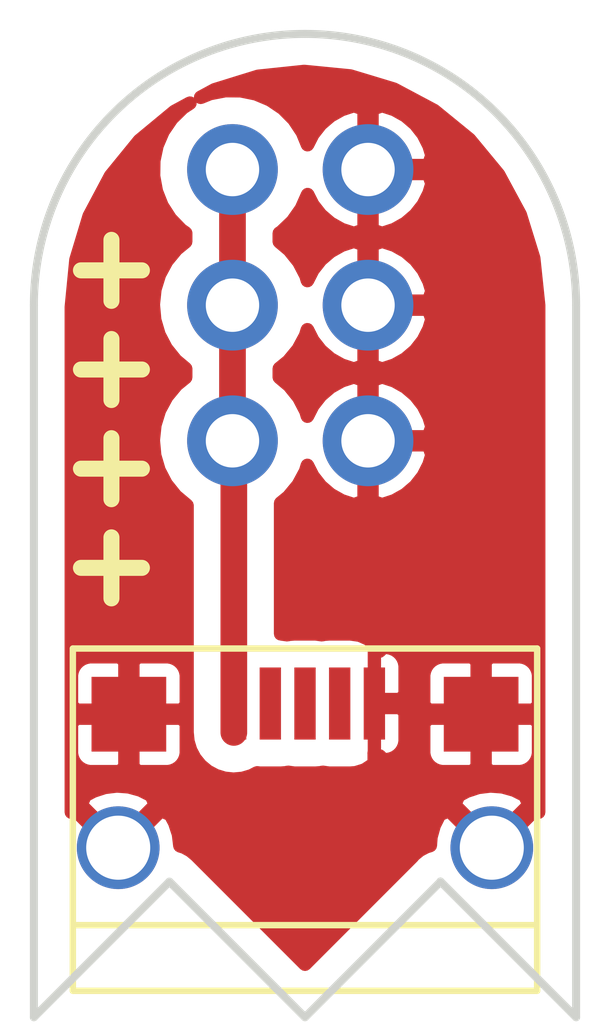
<source format=kicad_pcb>
(kicad_pcb (version 4) (host pcbnew 4.0.6-e0-6349~52~ubuntu16.10.1)

  (general
    (links 10)
    (no_connects 0)
    (area 144.704999 104.064999 155.015001 122.630001)
    (thickness 1.6)
    (drawings 11)
    (tracks 10)
    (zones 0)
    (modules 2)
    (nets 6)
  )

  (page A4)
  (layers
    (0 F.Cu signal)
    (31 B.Cu signal)
    (32 B.Adhes user hide)
    (33 F.Adhes user hide)
    (34 B.Paste user hide)
    (35 F.Paste user hide)
    (36 B.SilkS user)
    (37 F.SilkS user hide)
    (38 B.Mask user)
    (39 F.Mask user hide)
    (40 Dwgs.User user hide)
    (41 Cmts.User user hide)
    (42 Eco1.User user hide)
    (43 Eco2.User user hide)
    (44 Edge.Cuts user)
    (45 Margin user hide)
    (46 B.CrtYd user hide)
    (47 F.CrtYd user hide)
    (48 B.Fab user hide)
    (49 F.Fab user hide)
  )

  (setup
    (last_trace_width 0.25)
    (trace_clearance 0.2)
    (zone_clearance 0.25)
    (zone_45_only no)
    (trace_min 0.2)
    (segment_width 0.2)
    (edge_width 0.15)
    (via_size 0.6)
    (via_drill 0.4)
    (via_min_size 0.4)
    (via_min_drill 0.3)
    (uvia_size 0.3)
    (uvia_drill 0.1)
    (uvias_allowed no)
    (uvia_min_size 0.2)
    (uvia_min_drill 0.1)
    (pcb_text_width 0.3)
    (pcb_text_size 1.5 1.5)
    (mod_edge_width 0.15)
    (mod_text_size 1 1)
    (mod_text_width 0.15)
    (pad_size 1.55 1.55)
    (pad_drill 1.2)
    (pad_to_mask_clearance 0.2)
    (aux_axis_origin 0 0)
    (visible_elements FFFFFF7F)
    (pcbplotparams
      (layerselection 0x00030_80000001)
      (usegerberextensions false)
      (excludeedgelayer true)
      (linewidth 0.100000)
      (plotframeref false)
      (viasonmask false)
      (mode 1)
      (useauxorigin false)
      (hpglpennumber 1)
      (hpglpenspeed 20)
      (hpglpendiameter 15)
      (hpglpenoverlay 2)
      (psnegative false)
      (psa4output false)
      (plotreference true)
      (plotvalue true)
      (plotinvisibletext false)
      (padsonsilk false)
      (subtractmaskfromsilk false)
      (outputformat 1)
      (mirror false)
      (drillshape 1)
      (scaleselection 1)
      (outputdirectory ""))
  )

  (net 0 "")
  (net 1 +5V)
  (net 2 "Net-(J1-Pad2)")
  (net 3 "Net-(J1-Pad3)")
  (net 4 "Net-(J1-Pad4)")
  (net 5 GND)

  (net_class Default "This is the default net class."
    (clearance 0.2)
    (trace_width 0.25)
    (via_dia 0.6)
    (via_drill 0.4)
    (uvia_dia 0.3)
    (uvia_drill 0.1)
    (add_net +5V)
    (add_net GND)
    (add_net "Net-(J1-Pad2)")
    (add_net "Net-(J1-Pad3)")
    (add_net "Net-(J1-Pad4)")
  )

  (module bb-usb-buddy:USB_Micro-B (layer F.Cu) (tedit 597016E3) (tstamp 596E9E60)
    (at 149.86 118.03)
    (descr "Micro USB Type B Receptacle")
    (tags "USB USB_B USB_micro USB_OTG")
    (path /596E9BEC)
    (attr smd)
    (fp_text reference J1 (at 0 -3.24) (layer F.SilkS) hide
      (effects (font (size 1 1) (thickness 0.15)))
    )
    (fp_text value USB_OTG (at 0 5.01 90) (layer F.Fab) hide
      (effects (font (size 1 1) (thickness 0.15)))
    )
    (fp_line (start -4.6 -2.59) (end 4.6 -2.59) (layer F.CrtYd) (width 0.05))
    (fp_line (start 4.6 -2.59) (end 4.6 4.26) (layer F.CrtYd) (width 0.05))
    (fp_line (start 4.6 4.26) (end -4.6 4.26) (layer F.CrtYd) (width 0.05))
    (fp_line (start -4.6 4.26) (end -4.6 -2.59) (layer F.CrtYd) (width 0.05))
    (fp_line (start -4.35 4.03) (end 4.35 4.03) (layer F.SilkS) (width 0.12))
    (fp_line (start -4.35 -2.38) (end 4.35 -2.38) (layer F.SilkS) (width 0.12))
    (fp_line (start 4.35 -2.38) (end 4.35 4.03) (layer F.SilkS) (width 0.12))
    (fp_line (start 4.35 2.8) (end -4.35 2.8) (layer F.SilkS) (width 0.12))
    (fp_line (start -4.35 4.03) (end -4.35 -2.38) (layer F.SilkS) (width 0.12))
    (pad 1 smd rect (at -1.3 -1.35 90) (size 1.35 0.4) (layers F.Cu F.Paste F.Mask)
      (net 1 +5V))
    (pad 2 smd rect (at -0.65 -1.35 90) (size 1.35 0.4) (layers F.Cu F.Paste F.Mask)
      (net 2 "Net-(J1-Pad2)"))
    (pad 3 smd rect (at 0 -1.35 90) (size 1.35 0.4) (layers F.Cu F.Paste F.Mask)
      (net 3 "Net-(J1-Pad3)"))
    (pad 4 smd rect (at 0.65 -1.35 90) (size 1.35 0.4) (layers F.Cu F.Paste F.Mask)
      (net 4 "Net-(J1-Pad4)"))
    (pad 5 smd rect (at 1.3 -1.35 90) (size 1.35 0.4) (layers F.Cu F.Paste F.Mask)
      (net 5 GND))
    (pad 6 thru_hole circle (at -3.5 1.35 90) (size 1.55 1.55) (drill 1.2) (layers *.Cu *.Mask)
      (net 5 GND))
    (pad 6 thru_hole circle (at 3.5 1.35 90) (size 1.55 1.55) (drill 1.2) (layers *.Cu *.Mask)
      (net 5 GND))
    (pad 6 smd rect (at -3.3 -1.15) (size 1.4 1.4) (layers F.Cu F.Paste F.Mask)
      (net 5 GND) (solder_mask_margin 0.1))
    (pad 6 smd rect (at 3.3 -1.15) (size 1.4 1.4) (layers F.Cu F.Paste F.Mask)
      (net 5 GND) (solder_mask_margin 0.1))
  )

  (module bb-usb-buddy:Pin_Header_Straight_2x03_Pitch2.54mm_Minimal (layer F.Cu) (tedit 59701F82) (tstamp 596E9E7C)
    (at 148.5011 106.68)
    (descr "Through hole straight pin header, 2x03, 2.54mm pitch, double rows")
    (tags "Through hole pin header THT 2x03 2.54mm double row")
    (path /596D8EEA)
    (fp_text reference J2 (at 1.27 -2.33) (layer F.SilkS) hide
      (effects (font (size 1 1) (thickness 0.15)))
    )
    (fp_text value CONN_02X03 (at 1.27 7.41) (layer F.Fab) hide
      (effects (font (size 1 1) (thickness 0.15)))
    )
    (fp_line (start -1.8 -1.8) (end -1.8 6.85) (layer F.CrtYd) (width 0.05))
    (fp_line (start -1.8 6.85) (end 4.35 6.85) (layer F.CrtYd) (width 0.05))
    (fp_line (start 4.35 6.85) (end 4.35 -1.8) (layer F.CrtYd) (width 0.05))
    (fp_line (start 4.35 -1.8) (end -1.8 -1.8) (layer F.CrtYd) (width 0.05))
    (pad 1 thru_hole circle (at 0 0) (size 1.7 1.7) (drill 1) (layers *.Cu *.Mask)
      (net 1 +5V))
    (pad 2 thru_hole oval (at 2.54 0) (size 1.7 1.7) (drill 1) (layers *.Cu *.Mask)
      (net 5 GND))
    (pad 3 thru_hole oval (at 0 2.54) (size 1.7 1.7) (drill 1) (layers *.Cu *.Mask)
      (net 1 +5V))
    (pad 4 thru_hole oval (at 2.54 2.54) (size 1.7 1.7) (drill 1) (layers *.Cu *.Mask)
      (net 5 GND))
    (pad 5 thru_hole oval (at 0 5.08) (size 1.7 1.7) (drill 1) (layers *.Cu *.Mask)
      (net 1 +5V))
    (pad 6 thru_hole oval (at 2.54 5.08) (size 1.7 1.7) (drill 1) (layers *.Cu *.Mask)
      (net 5 GND))
    (model ${KISYS3DMOD}/Pin_Headers.3dshapes/Pin_Header_Straight_2x03_Pitch2.54mm.wrl
      (at (xyz 0 0 0))
      (scale (xyz 1 1 1))
      (rotate (xyz 0 0 0))
    )
  )

  (gr_circle (center 147.084916 109.22) (end 147.865832 109.22) (layer B.Mask) (width 2) (tstamp 5970225A))
  (gr_line (start 149.86 122.555) (end 152.4 120.015) (layer Edge.Cuts) (width 0.15))
  (gr_line (start 147.32 120.015) (end 149.86 122.555) (layer Edge.Cuts) (width 0.15))
  (gr_line (start 154.94 122.555) (end 152.396827 120.011827) (layer Edge.Cuts) (width 0.15))
  (gr_line (start 144.78 122.555) (end 147.32 120.015) (layer Edge.Cuts) (width 0.15))
  (gr_circle (center 152.654 109.22) (end 151.873084 109.22) (layer B.Mask) (width 2) (tstamp 59702B6E))
  (gr_text "++++\n" (at 146.1262 111.3536 90) (layer F.SilkS)
    (effects (font (size 1.5 1.5) (thickness 0.3)))
  )
  (gr_arc (start 149.86 109.22) (end 149.86 104.14) (angle 90) (layer Edge.Cuts) (width 0.15))
  (gr_arc (start 149.86 109.22) (end 144.78 109.22) (angle 90) (layer Edge.Cuts) (width 0.15))
  (gr_line (start 154.94 122.555) (end 154.94 109.22) (layer Edge.Cuts) (width 0.15))
  (gr_line (start 144.78 109.22) (end 144.78 122.555) (layer Edge.Cuts) (width 0.15))

  (segment (start 148.5265 111.908) (end 148.5265 117.221) (width 0.5) (layer F.Cu) (net 1))
  (segment (start 148.5011 116.6211) (end 148.56 116.68) (width 0.25) (layer F.Cu) (net 1))
  (segment (start 148.5011 106.68) (end 148.5011 109.22) (width 0.5) (layer F.Cu) (net 1))
  (segment (start 148.5011 109.22) (end 148.5011 111.76) (width 0.5) (layer F.Cu) (net 1))
  (segment (start 148.56 111.8189) (end 148.5011 111.76) (width 0.25) (layer F.Cu) (net 1))
  (segment (start 151.1554 117.6096) (end 151.1554 118.237) (width 0.25) (layer F.Cu) (net 5))
  (segment (start 151.16 116.68) (end 151.16 117.605) (width 0.25) (layer F.Cu) (net 5))
  (segment (start 151.16 117.605) (end 151.1554 117.6096) (width 0.25) (layer F.Cu) (net 5))
  (segment (start 151.16 114.3046) (end 151.16 116.68) (width 0.25) (layer F.Cu) (net 5))
  (segment (start 151.16 111.8789) (end 151.0411 111.76) (width 0.25) (layer F.Cu) (net 5))

  (zone (net 5) (net_name GND) (layer F.Cu) (tstamp 0) (hatch none 0.508)
    (connect_pads (clearance 0.5))
    (min_thickness 0.254)
    (fill yes (arc_segments 32) (thermal_gap 0.25) (thermal_bridge_width 0.4))
    (polygon
      (pts
        (xy 144.145 119.38) (xy 144.78 119.38) (xy 149.86 122.682) (xy 152.527 121.412) (xy 154.94 119.38)
        (xy 155.575 119.38) (xy 155.575 103.505) (xy 144.145 103.505)
      )
    )
    (filled_polygon
      (pts
        (xy 150.709708 104.928682) (xy 151.527043 105.175449) (xy 152.280883 105.576273) (xy 152.942516 106.115887) (xy 153.486737 106.773737)
        (xy 153.892815 107.524765) (xy 154.145283 108.340357) (xy 154.238 109.222502) (xy 154.238 118.715563) (xy 154.161728 118.681509)
        (xy 153.463238 119.38) (xy 153.47738 119.394142) (xy 153.374142 119.49738) (xy 153.36 119.483238) (xy 153.345858 119.49738)
        (xy 153.24262 119.394142) (xy 153.256762 119.38) (xy 152.558272 118.681509) (xy 152.382459 118.760007) (xy 152.280288 118.962629)
        (xy 152.219609 119.18129) (xy 152.207854 119.339129) (xy 152.131583 119.361866) (xy 152.01039 119.425763) (xy 151.903916 119.511985)
        (xy 151.872345 119.549877) (xy 149.86 121.562222) (xy 147.816389 119.518611) (xy 147.765254 119.476608) (xy 147.714582 119.434389)
        (xy 147.712426 119.433213) (xy 147.71052 119.431648) (xy 147.652247 119.400403) (xy 147.594293 119.368806) (xy 147.591943 119.36807)
        (xy 147.589775 119.366907) (xy 147.526584 119.347587) (xy 147.516256 119.34435) (xy 147.489627 119.127175) (xy 147.418598 118.911654)
        (xy 147.337541 118.760007) (xy 147.161728 118.681509) (xy 146.463238 119.38) (xy 146.47738 119.394142) (xy 146.374142 119.49738)
        (xy 146.36 119.483238) (xy 146.345858 119.49738) (xy 146.24262 119.394142) (xy 146.256762 119.38) (xy 145.558272 118.681509)
        (xy 145.482 118.715563) (xy 145.482 118.578272) (xy 145.661509 118.578272) (xy 146.36 119.276762) (xy 147.058491 118.578272)
        (xy 152.661509 118.578272) (xy 153.36 119.276762) (xy 154.058491 118.578272) (xy 153.979993 118.402459) (xy 153.777371 118.300288)
        (xy 153.55871 118.239609) (xy 153.332413 118.222755) (xy 153.107175 118.250373) (xy 152.891654 118.321402) (xy 152.740007 118.402459)
        (xy 152.661509 118.578272) (xy 147.058491 118.578272) (xy 146.979993 118.402459) (xy 146.777371 118.300288) (xy 146.55871 118.239609)
        (xy 146.332413 118.222755) (xy 146.107175 118.250373) (xy 145.891654 118.321402) (xy 145.740007 118.402459) (xy 145.661509 118.578272)
        (xy 145.482 118.578272) (xy 145.482 117.04725) (xy 145.483 117.04725) (xy 145.483 117.617132) (xy 145.497488 117.689967)
        (xy 145.525907 117.758577) (xy 145.567165 117.820324) (xy 145.619677 117.872835) (xy 145.681424 117.914093) (xy 145.750033 117.942512)
        (xy 145.822869 117.957) (xy 146.39275 117.957) (xy 146.487 117.86275) (xy 146.487 116.953) (xy 146.633 116.953)
        (xy 146.633 117.86275) (xy 146.72725 117.957) (xy 147.297131 117.957) (xy 147.369967 117.942512) (xy 147.438576 117.914093)
        (xy 147.500323 117.872835) (xy 147.552835 117.820324) (xy 147.594093 117.758577) (xy 147.622512 117.689967) (xy 147.637 117.617132)
        (xy 147.637 117.04725) (xy 147.54275 116.953) (xy 146.633 116.953) (xy 146.487 116.953) (xy 145.57725 116.953)
        (xy 145.483 117.04725) (xy 145.482 117.04725) (xy 145.482 116.142868) (xy 145.483 116.142868) (xy 145.483 116.71275)
        (xy 145.57725 116.807) (xy 146.487 116.807) (xy 146.487 115.89725) (xy 146.633 115.89725) (xy 146.633 116.807)
        (xy 147.54275 116.807) (xy 147.637 116.71275) (xy 147.637 116.142868) (xy 147.622512 116.070033) (xy 147.594093 116.001423)
        (xy 147.552835 115.939676) (xy 147.500323 115.887165) (xy 147.438576 115.845907) (xy 147.369967 115.817488) (xy 147.297131 115.803)
        (xy 146.72725 115.803) (xy 146.633 115.89725) (xy 146.487 115.89725) (xy 146.39275 115.803) (xy 145.822869 115.803)
        (xy 145.750033 115.817488) (xy 145.681424 115.845907) (xy 145.619677 115.887165) (xy 145.567165 115.939676) (xy 145.525907 116.001423)
        (xy 145.497488 116.070033) (xy 145.483 116.142868) (xy 145.482 116.142868) (xy 145.482 109.254337) (xy 145.568682 108.370292)
        (xy 145.815449 107.552957) (xy 146.216273 106.799117) (xy 146.755887 106.137484) (xy 147.413737 105.593263) (xy 147.704705 105.435938)
        (xy 147.571128 105.523348) (xy 147.364177 105.726009) (xy 147.200532 105.965007) (xy 147.086425 106.231239) (xy 147.026202 106.514564)
        (xy 147.022158 106.80419) (xy 147.074446 107.089086) (xy 147.181075 107.358401) (xy 147.337984 107.601875) (xy 147.539195 107.810235)
        (xy 147.6241 107.869245) (xy 147.6241 108.032588) (xy 147.453208 108.171964) (xy 147.269465 108.394072) (xy 147.132361 108.647639)
        (xy 147.04712 108.923008) (xy 147.016989 109.209689) (xy 147.043115 109.496762) (xy 147.124502 109.773294) (xy 147.258052 110.028751)
        (xy 147.438677 110.253403) (xy 147.6241 110.408991) (xy 147.6241 110.572588) (xy 147.453208 110.711964) (xy 147.269465 110.934072)
        (xy 147.132361 111.187639) (xy 147.04712 111.463008) (xy 147.016989 111.749689) (xy 147.043115 112.036762) (xy 147.124502 112.313294)
        (xy 147.258052 112.568751) (xy 147.438677 112.793403) (xy 147.6495 112.970305) (xy 147.6495 117.221) (xy 147.666202 117.391344)
        (xy 147.715673 117.555199) (xy 147.796028 117.706324) (xy 147.904206 117.838964) (xy 148.036088 117.948066) (xy 148.186649 118.029474)
        (xy 148.350155 118.080087) (xy 148.520377 118.097979) (xy 148.690833 118.082466) (xy 148.85503 118.03414) (xy 148.962009 117.978213)
        (xy 149.01 117.985033) (xy 149.41 117.985033) (xy 149.509847 117.977071) (xy 149.539455 117.967902) (xy 149.66 117.985033)
        (xy 150.06 117.985033) (xy 150.159847 117.977071) (xy 150.189455 117.967902) (xy 150.31 117.985033) (xy 150.71 117.985033)
        (xy 150.809847 117.977071) (xy 150.979199 117.924626) (xy 151.127235 117.827077) (xy 151.208268 117.732) (xy 151.233002 117.732)
        (xy 151.233002 117.70298) (xy 151.242234 117.692148) (xy 151.256267 117.661017) (xy 151.32725 117.732) (xy 151.397132 117.732)
        (xy 151.469967 117.717512) (xy 151.538577 117.689093) (xy 151.600324 117.647835) (xy 151.652835 117.595323) (xy 151.694093 117.533576)
        (xy 151.722512 117.464967) (xy 151.737 117.392131) (xy 151.737 117.04725) (xy 152.083 117.04725) (xy 152.083 117.617132)
        (xy 152.097488 117.689967) (xy 152.125907 117.758577) (xy 152.167165 117.820324) (xy 152.219677 117.872835) (xy 152.281424 117.914093)
        (xy 152.350033 117.942512) (xy 152.422869 117.957) (xy 152.99275 117.957) (xy 153.087 117.86275) (xy 153.087 116.953)
        (xy 153.233 116.953) (xy 153.233 117.86275) (xy 153.32725 117.957) (xy 153.897131 117.957) (xy 153.969967 117.942512)
        (xy 154.038576 117.914093) (xy 154.100323 117.872835) (xy 154.152835 117.820324) (xy 154.194093 117.758577) (xy 154.222512 117.689967)
        (xy 154.237 117.617132) (xy 154.237 117.04725) (xy 154.14275 116.953) (xy 153.233 116.953) (xy 153.087 116.953)
        (xy 152.17725 116.953) (xy 152.083 117.04725) (xy 151.737 117.04725) (xy 151.737 116.84725) (xy 151.64275 116.753)
        (xy 151.340033 116.753) (xy 151.340033 116.607) (xy 151.64275 116.607) (xy 151.737 116.51275) (xy 151.737 116.142868)
        (xy 152.083 116.142868) (xy 152.083 116.71275) (xy 152.17725 116.807) (xy 153.087 116.807) (xy 153.087 115.89725)
        (xy 153.233 115.89725) (xy 153.233 116.807) (xy 154.14275 116.807) (xy 154.237 116.71275) (xy 154.237 116.142868)
        (xy 154.222512 116.070033) (xy 154.194093 116.001423) (xy 154.152835 115.939676) (xy 154.100323 115.887165) (xy 154.038576 115.845907)
        (xy 153.969967 115.817488) (xy 153.897131 115.803) (xy 153.32725 115.803) (xy 153.233 115.89725) (xy 153.087 115.89725)
        (xy 152.99275 115.803) (xy 152.422869 115.803) (xy 152.350033 115.817488) (xy 152.281424 115.845907) (xy 152.219677 115.887165)
        (xy 152.167165 115.939676) (xy 152.125907 116.001423) (xy 152.097488 116.070033) (xy 152.083 116.142868) (xy 151.737 116.142868)
        (xy 151.737 115.967869) (xy 151.722512 115.895033) (xy 151.694093 115.826424) (xy 151.652835 115.764677) (xy 151.600324 115.712165)
        (xy 151.538577 115.670907) (xy 151.469967 115.642488) (xy 151.397132 115.628) (xy 151.32725 115.628) (xy 151.255723 115.699527)
        (xy 151.233002 115.665047) (xy 151.233002 115.628) (xy 151.20859 115.628) (xy 151.182077 115.587765) (xy 151.047148 115.472766)
        (xy 150.885523 115.399911) (xy 150.71 115.374967) (xy 150.31 115.374967) (xy 150.210153 115.382929) (xy 150.180545 115.392098)
        (xy 150.06 115.374967) (xy 149.66 115.374967) (xy 149.560153 115.382929) (xy 149.530545 115.392098) (xy 149.41 115.374967)
        (xy 149.4035 115.374967) (xy 149.4035 112.926696) (xy 149.548992 112.808036) (xy 149.732735 112.585928) (xy 149.869839 112.332361)
        (xy 149.904797 112.219429) (xy 150.007283 112.420879) (xy 150.156079 112.609868) (xy 150.338885 112.766197) (xy 150.548677 112.883859)
        (xy 150.777393 112.958331) (xy 150.9681 112.89058) (xy 150.9681 111.833) (xy 151.1141 111.833) (xy 151.1141 112.89058)
        (xy 151.304807 112.958331) (xy 151.533523 112.883859) (xy 151.743315 112.766197) (xy 151.926121 112.609868) (xy 152.074917 112.420879)
        (xy 152.183984 112.206493) (xy 152.239428 112.023706) (xy 152.171495 111.833) (xy 151.1141 111.833) (xy 150.9681 111.833)
        (xy 150.9481 111.833) (xy 150.9481 111.687) (xy 150.9681 111.687) (xy 150.9681 110.62942) (xy 151.1141 110.62942)
        (xy 151.1141 111.687) (xy 152.171495 111.687) (xy 152.239428 111.496294) (xy 152.183984 111.313507) (xy 152.074917 111.099121)
        (xy 151.926121 110.910132) (xy 151.743315 110.753803) (xy 151.533523 110.636141) (xy 151.304807 110.561669) (xy 151.1141 110.62942)
        (xy 150.9681 110.62942) (xy 150.777393 110.561669) (xy 150.548677 110.636141) (xy 150.338885 110.753803) (xy 150.156079 110.910132)
        (xy 150.007283 111.099121) (xy 149.905131 111.299915) (xy 149.877698 111.206706) (xy 149.744148 110.951249) (xy 149.563523 110.726597)
        (xy 149.3781 110.571009) (xy 149.3781 110.407412) (xy 149.548992 110.268036) (xy 149.732735 110.045928) (xy 149.869839 109.792361)
        (xy 149.904797 109.679429) (xy 150.007283 109.880879) (xy 150.156079 110.069868) (xy 150.338885 110.226197) (xy 150.548677 110.343859)
        (xy 150.777393 110.418331) (xy 150.9681 110.35058) (xy 150.9681 109.293) (xy 151.1141 109.293) (xy 151.1141 110.35058)
        (xy 151.304807 110.418331) (xy 151.533523 110.343859) (xy 151.743315 110.226197) (xy 151.926121 110.069868) (xy 152.074917 109.880879)
        (xy 152.183984 109.666493) (xy 152.239428 109.483706) (xy 152.171495 109.293) (xy 151.1141 109.293) (xy 150.9681 109.293)
        (xy 150.9481 109.293) (xy 150.9481 109.147) (xy 150.9681 109.147) (xy 150.9681 108.08942) (xy 151.1141 108.08942)
        (xy 151.1141 109.147) (xy 152.171495 109.147) (xy 152.239428 108.956294) (xy 152.183984 108.773507) (xy 152.074917 108.559121)
        (xy 151.926121 108.370132) (xy 151.743315 108.213803) (xy 151.533523 108.096141) (xy 151.304807 108.021669) (xy 151.1141 108.08942)
        (xy 150.9681 108.08942) (xy 150.777393 108.021669) (xy 150.548677 108.096141) (xy 150.338885 108.213803) (xy 150.156079 108.370132)
        (xy 150.007283 108.559121) (xy 149.905131 108.759915) (xy 149.877698 108.666706) (xy 149.744148 108.411249) (xy 149.563523 108.186597)
        (xy 149.3781 108.031009) (xy 149.3781 107.872835) (xy 149.414832 107.849524) (xy 149.624592 107.649772) (xy 149.791558 107.413082)
        (xy 149.909371 107.14847) (xy 149.909379 107.148435) (xy 150.007283 107.340879) (xy 150.156079 107.529868) (xy 150.338885 107.686197)
        (xy 150.548677 107.803859) (xy 150.777393 107.878331) (xy 150.9681 107.81058) (xy 150.9681 106.753) (xy 151.1141 106.753)
        (xy 151.1141 107.81058) (xy 151.304807 107.878331) (xy 151.533523 107.803859) (xy 151.743315 107.686197) (xy 151.926121 107.529868)
        (xy 152.074917 107.340879) (xy 152.183984 107.126493) (xy 152.239428 106.943706) (xy 152.171495 106.753) (xy 151.1141 106.753)
        (xy 150.9681 106.753) (xy 150.9481 106.753) (xy 150.9481 106.607) (xy 150.9681 106.607) (xy 150.9681 105.54942)
        (xy 151.1141 105.54942) (xy 151.1141 106.607) (xy 152.171495 106.607) (xy 152.239428 106.416294) (xy 152.183984 106.233507)
        (xy 152.074917 106.019121) (xy 151.926121 105.830132) (xy 151.743315 105.673803) (xy 151.533523 105.556141) (xy 151.304807 105.481669)
        (xy 151.1141 105.54942) (xy 150.9681 105.54942) (xy 150.777393 105.481669) (xy 150.548677 105.556141) (xy 150.338885 105.673803)
        (xy 150.156079 105.830132) (xy 150.007283 106.019121) (xy 149.907311 106.21563) (xy 149.811524 105.983235) (xy 149.651232 105.741976)
        (xy 149.447131 105.536445) (xy 149.206996 105.374472) (xy 148.939974 105.262226) (xy 148.656236 105.203983) (xy 148.366588 105.201961)
        (xy 148.082064 105.256237) (xy 147.903999 105.32818) (xy 148.164765 105.187185) (xy 148.980357 104.934717) (xy 149.844722 104.843869)
      )
    )
  )
)

</source>
